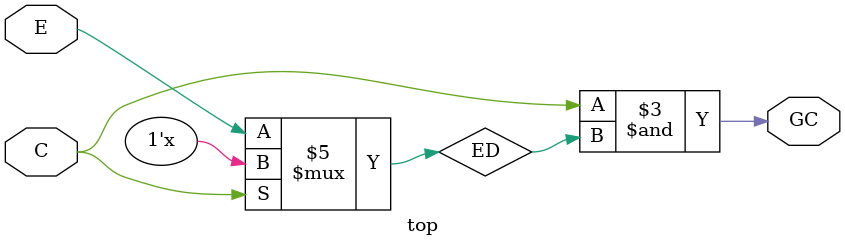
<source format=v>
module top (
    C,
    GC,
    E
);

    input  C;
    output GC;
    input  E;

    reg ED;

always@(*) begin
    if(~C)
        ED = E;
end

    assign GC = C & ED;

endmodule

</source>
